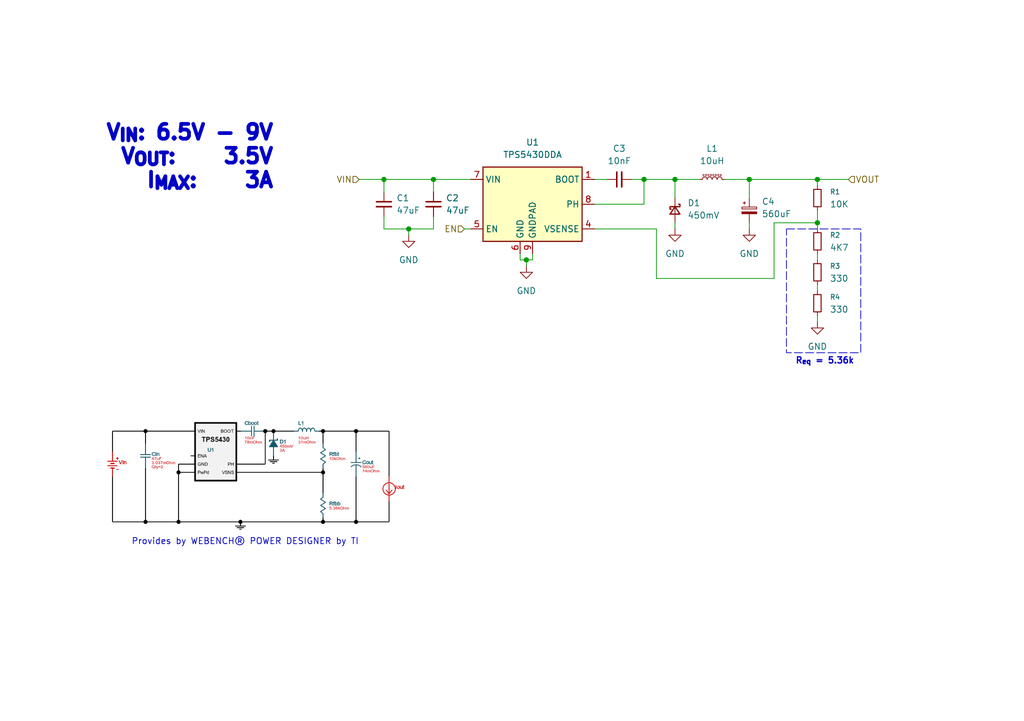
<source format=kicad_sch>
(kicad_sch (version 20250114) (generator "eeschema") (generator_version "9.0")
  (paper "A5")
  (lib_symbols
    (symbol "Device:C_Polarized_Small" (pin_numbers (hide yes)) (pin_names (offset 0.254) (hide yes))
      (property "Reference" "C" (at 0.254 1.778 0))
      (property "Value" "C_Polarized_Small" (at 0.254 -2.032 0))
      (symbol "C_Polarized_Small_0_1"
        (rectangle (start -1.524 0.6858) (end 1.524 0.3048))
        (rectangle (start -1.524 -0.3048) (end 1.524 -0.6858) (fill (type outline)))
        (polyline (pts (xy -1.27 1.524) (xy -0.762 1.524)))
        (polyline (pts (xy -1.016 1.27) (xy -1.016 1.778)))
      )
      (symbol "C_Polarized_Small_1_1"
        (pin passive line (at 0 2.54 270) (length 1.8542) (name "~") (number "1"))
        (pin passive line (at 0 -2.54 90) (length 1.8542) (name "~") (number "2"))
      )
    )
    (symbol "Device:C_Small" (pin_numbers (hide yes)) (pin_names (offset 0.254) (hide yes))
      (property "Reference" "C" (at 0.254 1.778 0))
      (property "Value" "C_Small" (at 0.254 -2.032 0))
      (symbol "C_Small_0_1"
        (polyline (pts (xy -1.524 0.508) (xy 1.524 0.508)) (stroke (width 0.3048)))
        (polyline (pts (xy -1.524 -0.508) (xy 1.524 -0.508)) (stroke (width 0.3302)))
      )
      (symbol "C_Small_1_1"
        (pin passive line (at 0 2.54 270) (length 2.032) (name "~") (number "1"))
        (pin passive line (at 0 -2.54 90) (length 2.032) (name "~") (number "2"))
      )
    )
    (symbol "Device:D_Schottky_Small" (pin_numbers (hide yes)) (pin_names (offset 0.254) (hide yes))
      (property "Reference" "D" (at -1.27 2.032 0))
      (property "Value" "D_Schottky_Small" (at -7.112 -2.032 0))
      (symbol "D_Schottky_Small_0_1"
        (polyline (pts (xy -1.27 0.762) (xy -1.27 1.016) (xy -0.762 1.016) (xy -0.762 -1.016) (xy -0.254 -1.016) (xy -0.254 -0.762)) (stroke (width 0.254)))
        (polyline (pts (xy -0.762 0) (xy 0.762 0)))
        (polyline (pts (xy 0.762 -1.016) (xy -0.762 0) (xy 0.762 1.016) (xy 0.762 -1.016)) (stroke (width 0.254)))
      )
      (symbol "D_Schottky_Small_1_1"
        (pin passive line (at -2.54 0 0) (length 1.778) (name "K") (number "1"))
        (pin passive line (at 2.54 0 180) (length 1.778) (name "A") (number "2"))
      )
    )
    (symbol "Device:L_Ferrite_Small" (pin_numbers (hide yes)) (pin_names (offset 0.254) (hide yes))
      (property "Reference" "L" (at 1.27 1.016 0))
      (property "Value" "L_Ferrite_Small" (at 1.27 -1.27 0))
      (symbol "L_Ferrite_Small_0_1"
        (arc (start 0 2.032) (mid 0.5058 1.524) (end 0 1.016))
        (arc (start 0 1.016) (mid 0.5058 0.508) (end 0 0))
        (arc (start 0 0) (mid 0.5058 -0.508) (end 0 -1.016))
        (arc (start 0 -1.016) (mid 0.5058 -1.524) (end 0 -2.032))
        (polyline (pts (xy 0.762 1.651) (xy 0.762 1.905)))
        (polyline (pts (xy 0.762 1.143) (xy 0.762 1.397)))
        (polyline (pts (xy 0.762 0.635) (xy 0.762 0.889)))
        (polyline (pts (xy 0.762 0.127) (xy 0.762 0.381)))
        (polyline (pts (xy 0.762 -0.381) (xy 0.762 -0.127)))
        (polyline (pts (xy 0.762 -0.889) (xy 0.762 -0.635)))
        (polyline (pts (xy 0.762 -1.397) (xy 0.762 -1.143)))
        (polyline (pts (xy 0.762 -1.905) (xy 0.762 -1.651)))
        (polyline (pts (xy 1.016 1.905) (xy 1.016 1.651)))
        (polyline (pts (xy 1.016 1.397) (xy 1.016 1.143)))
        (polyline (pts (xy 1.016 0.889) (xy 1.016 0.635)))
        (polyline (pts (xy 1.016 0.381) (xy 1.016 0.127)))
        (polyline (pts (xy 1.016 -0.127) (xy 1.016 -0.381)))
        (polyline (pts (xy 1.016 -0.635) (xy 1.016 -0.889)))
        (polyline (pts (xy 1.016 -1.143) (xy 1.016 -1.397)))
        (polyline (pts (xy 1.016 -1.651) (xy 1.016 -1.905)))
      )
      (symbol "L_Ferrite_Small_1_1"
        (pin passive line (at 0 2.54 270) (length 0.508) (name "~") (number "1"))
        (pin passive line (at 0 -2.54 90) (length 0.508) (name "~") (number "2"))
      )
    )
    (symbol "Device:R_Small" (pin_numbers (hide yes)) (pin_names (offset 0.254) (hide yes))
      (property "Reference" "R" (at 0 0 90))
      (property "Value" "R_Small" (at 1.778 0 90))
      (symbol "R_Small_0_1"
        (rectangle (start -0.762 1.778) (end 0.762 -1.778) (stroke (width 0.2032)))
      )
      (symbol "R_Small_1_1"
        (pin passive line (at 0 2.54 270) (length 0.762) (name "~") (number "1"))
        (pin passive line (at 0 -2.54 90) (length 0.762) (name "~") (number "2"))
      )
    )
    (symbol "Regulator_Switching:TPS5430DDA"
      (property "Reference" "U" (at -10.16 8.89 0))
      (property "Value" "TPS5430DDA" (at -1.27 8.89 0))
      (symbol "TPS5430DDA_0_1"
        (rectangle (start -10.16 7.62) (end 10.16 -7.62) (stroke (width 0.254)) (fill (type background)))
      )
      (symbol "TPS5430DDA_1_1"
        (pin power_in line (at -12.7 5.08 0) (length 2.54) (name "VIN") (number "7"))
        (pin input line (at -12.7 -5.08 0) (length 2.54) (name "EN") (number "5"))
        (pin no_connect line (at -10.16 2.54 0) (length 2.54) (hide yes) (name "NC") (number "2"))
        (pin no_connect line (at -10.16 -2.54 0) (length 2.54) (hide yes) (name "NC") (number "3"))
        (pin power_in line (at -2.54 -10.16 90) (length 2.54) (name "GND") (number "6"))
        (pin power_in line (at 0 -10.16 90) (length 2.54) (name "GNDPAD") (number "9"))
        (pin input line (at 12.7 5.08 180) (length 2.54) (name "BOOT") (number "1"))
        (pin output line (at 12.7 0 180) (length 2.54) (name "PH") (number "8"))
        (pin input line (at 12.7 -5.08 180) (length 2.54) (name "VSENSE") (number "4"))
      )
    )
    (symbol "power:GND" (power) (pin_numbers (hide yes)) (pin_names (offset 0) (hide yes))
      (property "Value" "GND" (at 0 -3.81 0))
      (symbol "GND_0_1"
        (polyline (pts (xy 0 0) (xy 0 -1.27) (xy 1.27 -1.27) (xy 0 -2.54) (xy -1.27 -1.27) (xy 0 -1.27)))
      )
      (symbol "GND_1_1"
        (pin power_in line (at 0 0 270) (length 0) (name "~") (number "1"))
      )
    )
  )
  (rectangle (start 161.29 46.99) (end 176.53 72.39) (stroke (width 0) (type dash)))
  (text "R_{eq} = 5.36k\n" (at 169.164 74.168 0) (effects (font (size 1.27 1.27) (thickness 0.254) (bold yes))))
  (text "V_{IN}: 6.5V - 9V\nV_{OUT}:	3.5V\nI_{MAX}: 	3A\n" (at 56.388 32.258 0) (effects (font (size 3.048 3.048) (thickness 0.762) (bold yes)) (justify right)))
  (text "Provides by WEBENCH® POWER DESIGNER by TI" (at 50.292 111.252 0) (effects (font (size 1.27 1.27))))
  (junction (at 153.67 36.83))
  (junction (at 132.08 36.83))
  (junction (at 107.95 53.34))
  (junction (at 78.74 36.83))
  (junction (at 83.82 46.99))
  (junction (at 138.43 36.83))
  (junction (at 88.9 36.83))
  (junction (at 167.64 36.83))
  (junction (at 167.64 45.72))
  (wire (pts (xy 121.92 36.83) (xy 124.46 36.83)))
  (wire (pts (xy 134.62 57.15) (xy 158.75 57.15)))
  (wire (pts (xy 109.22 53.34) (xy 109.22 52.07)))
  (wire (pts (xy 134.62 46.99) (xy 134.62 57.15)))
  (wire (pts (xy 132.08 41.91) (xy 132.08 36.83)))
  (wire (pts (xy 121.92 41.91) (xy 132.08 41.91)))
  (wire (pts (xy 167.64 36.83) (xy 173.99 36.83)))
  (wire (pts (xy 167.64 66.04) (xy 167.64 64.77)))
  (wire (pts (xy 153.67 46.99) (xy 153.67 45.72)))
  (wire (pts (xy 132.08 36.83) (xy 129.54 36.83)))
  (wire (pts (xy 78.74 39.37) (xy 78.74 36.83)))
  (wire (pts (xy 83.82 46.99) (xy 88.9 46.99)))
  (wire (pts (xy 167.64 43.18) (xy 167.64 45.72)))
  (wire (pts (xy 78.74 46.99) (xy 83.82 46.99)))
  (wire (pts (xy 132.08 36.83) (xy 138.43 36.83)))
  (wire (pts (xy 95.25 46.99) (xy 96.52 46.99)))
  (wire (pts (xy 153.67 36.83) (xy 148.59 36.83)))
  (wire (pts (xy 138.43 46.99) (xy 138.43 45.72)))
  (wire (pts (xy 153.67 36.83) (xy 167.64 36.83)))
  (wire (pts (xy 78.74 36.83) (xy 88.9 36.83)))
  (wire (pts (xy 158.75 45.72) (xy 167.64 45.72)))
  (wire (pts (xy 121.92 46.99) (xy 134.62 46.99)))
  (wire (pts (xy 88.9 39.37) (xy 88.9 36.83)))
  (wire (pts (xy 107.95 53.34) (xy 107.95 54.61)))
  (wire (pts (xy 88.9 46.99) (xy 88.9 44.45)))
  (wire (pts (xy 107.95 53.34) (xy 109.22 53.34)))
  (wire (pts (xy 138.43 36.83) (xy 138.43 40.64)))
  (wire (pts (xy 106.68 53.34) (xy 107.95 53.34)))
  (wire (pts (xy 78.74 44.45) (xy 78.74 46.99)))
  (wire (pts (xy 88.9 36.83) (xy 96.52 36.83)))
  (wire (pts (xy 143.51 36.83) (xy 138.43 36.83)))
  (wire (pts (xy 73.66 36.83) (xy 78.74 36.83)))
  (wire (pts (xy 83.82 46.99) (xy 83.82 48.26)))
  (wire (pts (xy 167.64 58.42) (xy 167.64 59.69)))
  (wire (pts (xy 167.64 36.83) (xy 167.64 38.1)))
  (wire (pts (xy 153.67 36.83) (xy 153.67 40.64)))
  (wire (pts (xy 167.64 52.07) (xy 167.64 53.34)))
  (wire (pts (xy 167.64 46.99) (xy 167.64 45.72)))
  (wire (pts (xy 158.75 57.15) (xy 158.75 45.72)))
  (wire (pts (xy 106.68 52.07) (xy 106.68 53.34)))
  (image (at 52.07 97.79))
  (hierarchical_label "VIN" (shape input) (at 73.66 36.83 180))
  (hierarchical_label "EN" (shape input) (at 95.25 46.99 180))
  (hierarchical_label "VOUT" (shape input) (at 173.99 36.83 0))
  (symbol (lib_id "Device:R_Small") (at 167.64 49.53 0) (unit 1)
    (property "Reference" "R2" (at 170.18 48.2599 0) (effects (font (size 1.016 1.016)) (justify left)))
    (property "Value" "4K7" (at 170.18 50.7999 0) (effects (justify left)))
    (property "Description" "Resistor, small symbol" (effects (hide yes)))
  )
  (symbol (lib_id "Device:C_Polarized_Small") (at 153.67 43.18 0) (unit 1)
    (property "Reference" "C4" (at 156.21 41.3638 0) (effects (justify left)))
    (property "Value" "560uF" (at 156.21 43.9038 0) (effects (justify left)))
    (property "Description" "Polarized capacitor, small symbol" (effects (hide yes)))
  )
  (symbol (lib_id "power:GND") (at 107.95 54.61 0) (unit 1)
    (property "Reference" "#PWR06" (effects (hide yes)))
    (property "Value" "GND" (at 107.95 59.69 0))
    (property "Description" "Power symbol creates a global label with name \"GND\" , ground" (effects (hide yes)))
  )
  (symbol (lib_id "Device:R_Small") (at 167.64 55.88 0) (unit 1)
    (property "Reference" "R3" (at 170.18 54.6099 0) (effects (font (size 1.016 1.016)) (justify left)))
    (property "Value" "330" (at 170.18 57.1499 0) (effects (justify left)))
    (property "Description" "Resistor, small symbol" (effects (hide yes)))
  )
  (symbol (lib_id "power:GND") (at 138.43 46.99 0) (unit 1)
    (property "Reference" "#PWR07" (effects (hide yes)))
    (property "Value" "GND" (at 138.43 52.07 0))
    (property "Description" "Power symbol creates a global label with name \"GND\" , ground" (effects (hide yes)))
  )
  (symbol (lib_id "Device:D_Schottky_Small") (at 138.43 43.18 270) (unit 1)
    (property "Reference" "D1" (at 140.97 41.6559 90) (effects (justify left)))
    (property "Value" "450mV" (at 140.97 44.1959 90) (effects (justify left)))
    (property "Description" "Schottky diode, small symbol" (effects (hide yes)))
  )
  (symbol (lib_id "Regulator_Switching:TPS5430DDA") (at 109.22 41.91 0) (unit 1)
    (property "Reference" "U1" (at 109.22 29.21 0))
    (property "Value" "TPS5430DDA" (at 109.22 31.75 0))
    (property "Footprint" "Package_SO:TI_SO-PowerPAD-8_ThermalVias" (effects (hide yes)))
    (property "Datasheet" "http://www.ti.com/lit/ds/symlink/tps5430.pdf" (effects (hide yes)))
    (property "Description" "3A, Step Down Swift Converter, Adjustable Output Voltage, 5.5-36V Input Voltage, PowerSO-8" (effects (hide yes)))
  )
  (symbol (lib_id "power:GND") (at 167.64 66.04 0) (unit 1)
    (property "Reference" "#PWR09" (effects (hide yes)))
    (property "Value" "GND" (at 167.64 71.12 0))
    (property "Description" "Power symbol creates a global label with name \"GND\" , ground" (effects (hide yes)))
  )
  (symbol (lib_id "power:GND") (at 83.82 48.26 0) (unit 1)
    (property "Reference" "#PWR05" (effects (hide yes)))
    (property "Value" "GND" (at 83.82 53.34 0))
    (property "Description" "Power symbol creates a global label with name \"GND\" , ground" (effects (hide yes)))
  )
  (symbol (lib_id "Device:C_Small") (at 88.9 41.91 0) (unit 1)
    (property "Reference" "C2" (at 91.44 40.6462 0) (effects (justify left)))
    (property "Value" "47uF" (at 91.44 43.1862 0) (effects (justify left)))
    (property "Description" "Unpolarized capacitor, small symbol" (effects (hide yes)))
  )
  (symbol (lib_id "Device:C_Small") (at 127 36.83 90) (unit 1)
    (property "Reference" "C3" (at 127.0063 30.48 90))
    (property "Value" "10nF" (at 127.0063 33.02 90))
    (property "Description" "Unpolarized capacitor, small symbol" (effects (hide yes)))
  )
  (symbol (lib_id "Device:R_Small") (at 167.64 40.64 0) (unit 1)
    (property "Reference" "R1" (at 170.18 39.3699 0) (effects (font (size 1.016 1.016)) (justify left)))
    (property "Value" "10K" (at 170.18 41.9099 0) (effects (justify left)))
    (property "Description" "Resistor, small symbol" (effects (hide yes)))
  )
  (symbol (lib_id "Device:L_Ferrite_Small") (at 146.05 36.83 90) (unit 1)
    (property "Reference" "L1" (at 146.05 30.48 90))
    (property "Value" "10uH" (at 146.05 33.02 90))
    (property "Description" "Inductor with ferrite core, small symbol" (effects (hide yes)))
  )
  (symbol (lib_id "power:GND") (at 153.67 46.99 0) (unit 1)
    (property "Reference" "#PWR08" (effects (hide yes)))
    (property "Value" "GND" (at 153.67 52.07 0))
    (property "Description" "Power symbol creates a global label with name \"GND\" , ground" (effects (hide yes)))
  )
  (symbol (lib_id "Device:C_Small") (at 78.74 41.91 0) (unit 1)
    (property "Reference" "C1" (at 81.28 40.6462 0) (effects (justify left)))
    (property "Value" "47uF" (at 81.28 43.1862 0) (effects (justify left)))
    (property "Description" "Unpolarized capacitor, small symbol" (effects (hide yes)))
  )
  (symbol (lib_id "Device:R_Small") (at 167.64 62.23 0) (unit 1)
    (property "Reference" "R4" (at 170.18 60.9599 0) (effects (font (size 1.016 1.016)) (justify left)))
    (property "Value" "330" (at 170.18 63.4999 0) (effects (justify left)))
    (property "Description" "Resistor, small symbol" (effects (hide yes)))
  )
)
</source>
